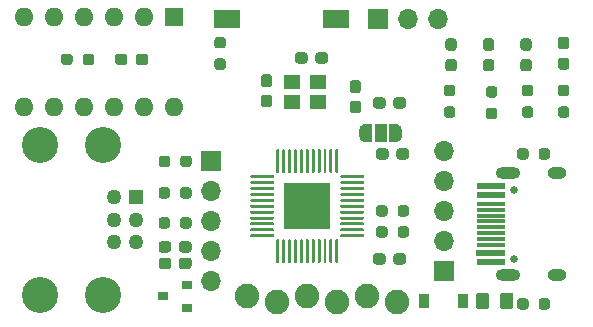
<source format=gts>
%TF.GenerationSoftware,KiCad,Pcbnew,(5.1.9)-1*%
%TF.CreationDate,2021-07-30T14:52:09-07:00*%
%TF.ProjectId,NullWiiConv2.2,4e756c6c-5769-4694-936f-6e76322e322e,rev?*%
%TF.SameCoordinates,Original*%
%TF.FileFunction,Soldermask,Top*%
%TF.FilePolarity,Negative*%
%FSLAX46Y46*%
G04 Gerber Fmt 4.6, Leading zero omitted, Abs format (unit mm)*
G04 Created by KiCad (PCBNEW (5.1.9)-1) date 2021-07-30 14:52:09*
%MOMM*%
%LPD*%
G01*
G04 APERTURE LIST*
%ADD10C,0.100000*%
%ADD11R,1.000000X1.500000*%
%ADD12R,4.000000X4.000000*%
%ADD13R,0.900000X1.200000*%
%ADD14O,1.600000X1.000000*%
%ADD15O,2.100000X1.000000*%
%ADD16C,0.650000*%
%ADD17R,2.450000X0.300000*%
%ADD18R,2.450000X0.600000*%
%ADD19C,3.048000*%
%ADD20C,1.270000*%
%ADD21R,1.270000X1.270000*%
%ADD22O,1.700000X1.700000*%
%ADD23R,1.700000X1.700000*%
%ADD24R,2.180000X1.600000*%
%ADD25R,1.400000X1.200000*%
%ADD26C,2.082800*%
%ADD27O,1.600000X1.600000*%
%ADD28R,1.600000X1.600000*%
%ADD29R,0.900000X0.800000*%
G04 APERTURE END LIST*
D10*
%TO.C,JP1*%
G36*
X102120000Y-81522000D02*
G01*
X101570000Y-81522000D01*
X101570000Y-81521398D01*
X101545466Y-81521398D01*
X101496635Y-81516588D01*
X101448510Y-81507016D01*
X101401555Y-81492772D01*
X101356222Y-81473995D01*
X101312949Y-81450864D01*
X101272150Y-81423604D01*
X101234221Y-81392476D01*
X101199524Y-81357779D01*
X101168396Y-81319850D01*
X101141136Y-81279051D01*
X101118005Y-81235778D01*
X101099228Y-81190445D01*
X101084984Y-81143490D01*
X101075412Y-81095365D01*
X101070602Y-81046534D01*
X101070602Y-81022000D01*
X101070000Y-81022000D01*
X101070000Y-80522000D01*
X101070602Y-80522000D01*
X101070602Y-80497466D01*
X101075412Y-80448635D01*
X101084984Y-80400510D01*
X101099228Y-80353555D01*
X101118005Y-80308222D01*
X101141136Y-80264949D01*
X101168396Y-80224150D01*
X101199524Y-80186221D01*
X101234221Y-80151524D01*
X101272150Y-80120396D01*
X101312949Y-80093136D01*
X101356222Y-80070005D01*
X101401555Y-80051228D01*
X101448510Y-80036984D01*
X101496635Y-80027412D01*
X101545466Y-80022602D01*
X101570000Y-80022602D01*
X101570000Y-80022000D01*
X102120000Y-80022000D01*
X102120000Y-81522000D01*
G37*
D11*
X102870000Y-80772000D03*
D10*
G36*
X104170000Y-80022602D02*
G01*
X104194534Y-80022602D01*
X104243365Y-80027412D01*
X104291490Y-80036984D01*
X104338445Y-80051228D01*
X104383778Y-80070005D01*
X104427051Y-80093136D01*
X104467850Y-80120396D01*
X104505779Y-80151524D01*
X104540476Y-80186221D01*
X104571604Y-80224150D01*
X104598864Y-80264949D01*
X104621995Y-80308222D01*
X104640772Y-80353555D01*
X104655016Y-80400510D01*
X104664588Y-80448635D01*
X104669398Y-80497466D01*
X104669398Y-80522000D01*
X104670000Y-80522000D01*
X104670000Y-81022000D01*
X104669398Y-81022000D01*
X104669398Y-81046534D01*
X104664588Y-81095365D01*
X104655016Y-81143490D01*
X104640772Y-81190445D01*
X104621995Y-81235778D01*
X104598864Y-81279051D01*
X104571604Y-81319850D01*
X104540476Y-81357779D01*
X104505779Y-81392476D01*
X104467850Y-81423604D01*
X104427051Y-81450864D01*
X104383778Y-81473995D01*
X104338445Y-81492772D01*
X104291490Y-81507016D01*
X104243365Y-81516588D01*
X104194534Y-81521398D01*
X104170000Y-81521398D01*
X104170000Y-81522000D01*
X103620000Y-81522000D01*
X103620000Y-80022000D01*
X104170000Y-80022000D01*
X104170000Y-80022602D01*
G37*
%TD*%
D12*
%TO.C,U2*%
X96662000Y-86980000D03*
G36*
G01*
X99287000Y-89852500D02*
X99287000Y-91727500D01*
G75*
G02*
X99224500Y-91790000I-62500J0D01*
G01*
X99099500Y-91790000D01*
G75*
G02*
X99037000Y-91727500I0J62500D01*
G01*
X99037000Y-89852500D01*
G75*
G02*
X99099500Y-89790000I62500J0D01*
G01*
X99224500Y-89790000D01*
G75*
G02*
X99287000Y-89852500I0J-62500D01*
G01*
G37*
G36*
G01*
X98787000Y-89852500D02*
X98787000Y-91727500D01*
G75*
G02*
X98724500Y-91790000I-62500J0D01*
G01*
X98599500Y-91790000D01*
G75*
G02*
X98537000Y-91727500I0J62500D01*
G01*
X98537000Y-89852500D01*
G75*
G02*
X98599500Y-89790000I62500J0D01*
G01*
X98724500Y-89790000D01*
G75*
G02*
X98787000Y-89852500I0J-62500D01*
G01*
G37*
G36*
G01*
X98287000Y-89852500D02*
X98287000Y-91727500D01*
G75*
G02*
X98224500Y-91790000I-62500J0D01*
G01*
X98099500Y-91790000D01*
G75*
G02*
X98037000Y-91727500I0J62500D01*
G01*
X98037000Y-89852500D01*
G75*
G02*
X98099500Y-89790000I62500J0D01*
G01*
X98224500Y-89790000D01*
G75*
G02*
X98287000Y-89852500I0J-62500D01*
G01*
G37*
G36*
G01*
X97787000Y-89852500D02*
X97787000Y-91727500D01*
G75*
G02*
X97724500Y-91790000I-62500J0D01*
G01*
X97599500Y-91790000D01*
G75*
G02*
X97537000Y-91727500I0J62500D01*
G01*
X97537000Y-89852500D01*
G75*
G02*
X97599500Y-89790000I62500J0D01*
G01*
X97724500Y-89790000D01*
G75*
G02*
X97787000Y-89852500I0J-62500D01*
G01*
G37*
G36*
G01*
X97287000Y-89852500D02*
X97287000Y-91727500D01*
G75*
G02*
X97224500Y-91790000I-62500J0D01*
G01*
X97099500Y-91790000D01*
G75*
G02*
X97037000Y-91727500I0J62500D01*
G01*
X97037000Y-89852500D01*
G75*
G02*
X97099500Y-89790000I62500J0D01*
G01*
X97224500Y-89790000D01*
G75*
G02*
X97287000Y-89852500I0J-62500D01*
G01*
G37*
G36*
G01*
X96787000Y-89852500D02*
X96787000Y-91727500D01*
G75*
G02*
X96724500Y-91790000I-62500J0D01*
G01*
X96599500Y-91790000D01*
G75*
G02*
X96537000Y-91727500I0J62500D01*
G01*
X96537000Y-89852500D01*
G75*
G02*
X96599500Y-89790000I62500J0D01*
G01*
X96724500Y-89790000D01*
G75*
G02*
X96787000Y-89852500I0J-62500D01*
G01*
G37*
G36*
G01*
X96287000Y-89852500D02*
X96287000Y-91727500D01*
G75*
G02*
X96224500Y-91790000I-62500J0D01*
G01*
X96099500Y-91790000D01*
G75*
G02*
X96037000Y-91727500I0J62500D01*
G01*
X96037000Y-89852500D01*
G75*
G02*
X96099500Y-89790000I62500J0D01*
G01*
X96224500Y-89790000D01*
G75*
G02*
X96287000Y-89852500I0J-62500D01*
G01*
G37*
G36*
G01*
X95787000Y-89852500D02*
X95787000Y-91727500D01*
G75*
G02*
X95724500Y-91790000I-62500J0D01*
G01*
X95599500Y-91790000D01*
G75*
G02*
X95537000Y-91727500I0J62500D01*
G01*
X95537000Y-89852500D01*
G75*
G02*
X95599500Y-89790000I62500J0D01*
G01*
X95724500Y-89790000D01*
G75*
G02*
X95787000Y-89852500I0J-62500D01*
G01*
G37*
G36*
G01*
X95287000Y-89852500D02*
X95287000Y-91727500D01*
G75*
G02*
X95224500Y-91790000I-62500J0D01*
G01*
X95099500Y-91790000D01*
G75*
G02*
X95037000Y-91727500I0J62500D01*
G01*
X95037000Y-89852500D01*
G75*
G02*
X95099500Y-89790000I62500J0D01*
G01*
X95224500Y-89790000D01*
G75*
G02*
X95287000Y-89852500I0J-62500D01*
G01*
G37*
G36*
G01*
X94787000Y-89852500D02*
X94787000Y-91727500D01*
G75*
G02*
X94724500Y-91790000I-62500J0D01*
G01*
X94599500Y-91790000D01*
G75*
G02*
X94537000Y-91727500I0J62500D01*
G01*
X94537000Y-89852500D01*
G75*
G02*
X94599500Y-89790000I62500J0D01*
G01*
X94724500Y-89790000D01*
G75*
G02*
X94787000Y-89852500I0J-62500D01*
G01*
G37*
G36*
G01*
X94287000Y-89852500D02*
X94287000Y-91727500D01*
G75*
G02*
X94224500Y-91790000I-62500J0D01*
G01*
X94099500Y-91790000D01*
G75*
G02*
X94037000Y-91727500I0J62500D01*
G01*
X94037000Y-89852500D01*
G75*
G02*
X94099500Y-89790000I62500J0D01*
G01*
X94224500Y-89790000D01*
G75*
G02*
X94287000Y-89852500I0J-62500D01*
G01*
G37*
G36*
G01*
X93852000Y-89417500D02*
X93852000Y-89542500D01*
G75*
G02*
X93789500Y-89605000I-62500J0D01*
G01*
X91914500Y-89605000D01*
G75*
G02*
X91852000Y-89542500I0J62500D01*
G01*
X91852000Y-89417500D01*
G75*
G02*
X91914500Y-89355000I62500J0D01*
G01*
X93789500Y-89355000D01*
G75*
G02*
X93852000Y-89417500I0J-62500D01*
G01*
G37*
G36*
G01*
X93852000Y-88917500D02*
X93852000Y-89042500D01*
G75*
G02*
X93789500Y-89105000I-62500J0D01*
G01*
X91914500Y-89105000D01*
G75*
G02*
X91852000Y-89042500I0J62500D01*
G01*
X91852000Y-88917500D01*
G75*
G02*
X91914500Y-88855000I62500J0D01*
G01*
X93789500Y-88855000D01*
G75*
G02*
X93852000Y-88917500I0J-62500D01*
G01*
G37*
G36*
G01*
X93852000Y-88417500D02*
X93852000Y-88542500D01*
G75*
G02*
X93789500Y-88605000I-62500J0D01*
G01*
X91914500Y-88605000D01*
G75*
G02*
X91852000Y-88542500I0J62500D01*
G01*
X91852000Y-88417500D01*
G75*
G02*
X91914500Y-88355000I62500J0D01*
G01*
X93789500Y-88355000D01*
G75*
G02*
X93852000Y-88417500I0J-62500D01*
G01*
G37*
G36*
G01*
X93852000Y-87917500D02*
X93852000Y-88042500D01*
G75*
G02*
X93789500Y-88105000I-62500J0D01*
G01*
X91914500Y-88105000D01*
G75*
G02*
X91852000Y-88042500I0J62500D01*
G01*
X91852000Y-87917500D01*
G75*
G02*
X91914500Y-87855000I62500J0D01*
G01*
X93789500Y-87855000D01*
G75*
G02*
X93852000Y-87917500I0J-62500D01*
G01*
G37*
G36*
G01*
X93852000Y-87417500D02*
X93852000Y-87542500D01*
G75*
G02*
X93789500Y-87605000I-62500J0D01*
G01*
X91914500Y-87605000D01*
G75*
G02*
X91852000Y-87542500I0J62500D01*
G01*
X91852000Y-87417500D01*
G75*
G02*
X91914500Y-87355000I62500J0D01*
G01*
X93789500Y-87355000D01*
G75*
G02*
X93852000Y-87417500I0J-62500D01*
G01*
G37*
G36*
G01*
X93852000Y-86917500D02*
X93852000Y-87042500D01*
G75*
G02*
X93789500Y-87105000I-62500J0D01*
G01*
X91914500Y-87105000D01*
G75*
G02*
X91852000Y-87042500I0J62500D01*
G01*
X91852000Y-86917500D01*
G75*
G02*
X91914500Y-86855000I62500J0D01*
G01*
X93789500Y-86855000D01*
G75*
G02*
X93852000Y-86917500I0J-62500D01*
G01*
G37*
G36*
G01*
X93852000Y-86417500D02*
X93852000Y-86542500D01*
G75*
G02*
X93789500Y-86605000I-62500J0D01*
G01*
X91914500Y-86605000D01*
G75*
G02*
X91852000Y-86542500I0J62500D01*
G01*
X91852000Y-86417500D01*
G75*
G02*
X91914500Y-86355000I62500J0D01*
G01*
X93789500Y-86355000D01*
G75*
G02*
X93852000Y-86417500I0J-62500D01*
G01*
G37*
G36*
G01*
X93852000Y-85917500D02*
X93852000Y-86042500D01*
G75*
G02*
X93789500Y-86105000I-62500J0D01*
G01*
X91914500Y-86105000D01*
G75*
G02*
X91852000Y-86042500I0J62500D01*
G01*
X91852000Y-85917500D01*
G75*
G02*
X91914500Y-85855000I62500J0D01*
G01*
X93789500Y-85855000D01*
G75*
G02*
X93852000Y-85917500I0J-62500D01*
G01*
G37*
G36*
G01*
X93852000Y-85417500D02*
X93852000Y-85542500D01*
G75*
G02*
X93789500Y-85605000I-62500J0D01*
G01*
X91914500Y-85605000D01*
G75*
G02*
X91852000Y-85542500I0J62500D01*
G01*
X91852000Y-85417500D01*
G75*
G02*
X91914500Y-85355000I62500J0D01*
G01*
X93789500Y-85355000D01*
G75*
G02*
X93852000Y-85417500I0J-62500D01*
G01*
G37*
G36*
G01*
X93852000Y-84917500D02*
X93852000Y-85042500D01*
G75*
G02*
X93789500Y-85105000I-62500J0D01*
G01*
X91914500Y-85105000D01*
G75*
G02*
X91852000Y-85042500I0J62500D01*
G01*
X91852000Y-84917500D01*
G75*
G02*
X91914500Y-84855000I62500J0D01*
G01*
X93789500Y-84855000D01*
G75*
G02*
X93852000Y-84917500I0J-62500D01*
G01*
G37*
G36*
G01*
X93852000Y-84417500D02*
X93852000Y-84542500D01*
G75*
G02*
X93789500Y-84605000I-62500J0D01*
G01*
X91914500Y-84605000D01*
G75*
G02*
X91852000Y-84542500I0J62500D01*
G01*
X91852000Y-84417500D01*
G75*
G02*
X91914500Y-84355000I62500J0D01*
G01*
X93789500Y-84355000D01*
G75*
G02*
X93852000Y-84417500I0J-62500D01*
G01*
G37*
G36*
G01*
X94287000Y-82232500D02*
X94287000Y-84107500D01*
G75*
G02*
X94224500Y-84170000I-62500J0D01*
G01*
X94099500Y-84170000D01*
G75*
G02*
X94037000Y-84107500I0J62500D01*
G01*
X94037000Y-82232500D01*
G75*
G02*
X94099500Y-82170000I62500J0D01*
G01*
X94224500Y-82170000D01*
G75*
G02*
X94287000Y-82232500I0J-62500D01*
G01*
G37*
G36*
G01*
X94787000Y-82232500D02*
X94787000Y-84107500D01*
G75*
G02*
X94724500Y-84170000I-62500J0D01*
G01*
X94599500Y-84170000D01*
G75*
G02*
X94537000Y-84107500I0J62500D01*
G01*
X94537000Y-82232500D01*
G75*
G02*
X94599500Y-82170000I62500J0D01*
G01*
X94724500Y-82170000D01*
G75*
G02*
X94787000Y-82232500I0J-62500D01*
G01*
G37*
G36*
G01*
X95287000Y-82232500D02*
X95287000Y-84107500D01*
G75*
G02*
X95224500Y-84170000I-62500J0D01*
G01*
X95099500Y-84170000D01*
G75*
G02*
X95037000Y-84107500I0J62500D01*
G01*
X95037000Y-82232500D01*
G75*
G02*
X95099500Y-82170000I62500J0D01*
G01*
X95224500Y-82170000D01*
G75*
G02*
X95287000Y-82232500I0J-62500D01*
G01*
G37*
G36*
G01*
X95787000Y-82232500D02*
X95787000Y-84107500D01*
G75*
G02*
X95724500Y-84170000I-62500J0D01*
G01*
X95599500Y-84170000D01*
G75*
G02*
X95537000Y-84107500I0J62500D01*
G01*
X95537000Y-82232500D01*
G75*
G02*
X95599500Y-82170000I62500J0D01*
G01*
X95724500Y-82170000D01*
G75*
G02*
X95787000Y-82232500I0J-62500D01*
G01*
G37*
G36*
G01*
X96287000Y-82232500D02*
X96287000Y-84107500D01*
G75*
G02*
X96224500Y-84170000I-62500J0D01*
G01*
X96099500Y-84170000D01*
G75*
G02*
X96037000Y-84107500I0J62500D01*
G01*
X96037000Y-82232500D01*
G75*
G02*
X96099500Y-82170000I62500J0D01*
G01*
X96224500Y-82170000D01*
G75*
G02*
X96287000Y-82232500I0J-62500D01*
G01*
G37*
G36*
G01*
X96787000Y-82232500D02*
X96787000Y-84107500D01*
G75*
G02*
X96724500Y-84170000I-62500J0D01*
G01*
X96599500Y-84170000D01*
G75*
G02*
X96537000Y-84107500I0J62500D01*
G01*
X96537000Y-82232500D01*
G75*
G02*
X96599500Y-82170000I62500J0D01*
G01*
X96724500Y-82170000D01*
G75*
G02*
X96787000Y-82232500I0J-62500D01*
G01*
G37*
G36*
G01*
X97287000Y-82232500D02*
X97287000Y-84107500D01*
G75*
G02*
X97224500Y-84170000I-62500J0D01*
G01*
X97099500Y-84170000D01*
G75*
G02*
X97037000Y-84107500I0J62500D01*
G01*
X97037000Y-82232500D01*
G75*
G02*
X97099500Y-82170000I62500J0D01*
G01*
X97224500Y-82170000D01*
G75*
G02*
X97287000Y-82232500I0J-62500D01*
G01*
G37*
G36*
G01*
X97787000Y-82232500D02*
X97787000Y-84107500D01*
G75*
G02*
X97724500Y-84170000I-62500J0D01*
G01*
X97599500Y-84170000D01*
G75*
G02*
X97537000Y-84107500I0J62500D01*
G01*
X97537000Y-82232500D01*
G75*
G02*
X97599500Y-82170000I62500J0D01*
G01*
X97724500Y-82170000D01*
G75*
G02*
X97787000Y-82232500I0J-62500D01*
G01*
G37*
G36*
G01*
X98287000Y-82232500D02*
X98287000Y-84107500D01*
G75*
G02*
X98224500Y-84170000I-62500J0D01*
G01*
X98099500Y-84170000D01*
G75*
G02*
X98037000Y-84107500I0J62500D01*
G01*
X98037000Y-82232500D01*
G75*
G02*
X98099500Y-82170000I62500J0D01*
G01*
X98224500Y-82170000D01*
G75*
G02*
X98287000Y-82232500I0J-62500D01*
G01*
G37*
G36*
G01*
X98787000Y-82232500D02*
X98787000Y-84107500D01*
G75*
G02*
X98724500Y-84170000I-62500J0D01*
G01*
X98599500Y-84170000D01*
G75*
G02*
X98537000Y-84107500I0J62500D01*
G01*
X98537000Y-82232500D01*
G75*
G02*
X98599500Y-82170000I62500J0D01*
G01*
X98724500Y-82170000D01*
G75*
G02*
X98787000Y-82232500I0J-62500D01*
G01*
G37*
G36*
G01*
X99287000Y-82232500D02*
X99287000Y-84107500D01*
G75*
G02*
X99224500Y-84170000I-62500J0D01*
G01*
X99099500Y-84170000D01*
G75*
G02*
X99037000Y-84107500I0J62500D01*
G01*
X99037000Y-82232500D01*
G75*
G02*
X99099500Y-82170000I62500J0D01*
G01*
X99224500Y-82170000D01*
G75*
G02*
X99287000Y-82232500I0J-62500D01*
G01*
G37*
G36*
G01*
X101472000Y-84417500D02*
X101472000Y-84542500D01*
G75*
G02*
X101409500Y-84605000I-62500J0D01*
G01*
X99534500Y-84605000D01*
G75*
G02*
X99472000Y-84542500I0J62500D01*
G01*
X99472000Y-84417500D01*
G75*
G02*
X99534500Y-84355000I62500J0D01*
G01*
X101409500Y-84355000D01*
G75*
G02*
X101472000Y-84417500I0J-62500D01*
G01*
G37*
G36*
G01*
X101472000Y-84917500D02*
X101472000Y-85042500D01*
G75*
G02*
X101409500Y-85105000I-62500J0D01*
G01*
X99534500Y-85105000D01*
G75*
G02*
X99472000Y-85042500I0J62500D01*
G01*
X99472000Y-84917500D01*
G75*
G02*
X99534500Y-84855000I62500J0D01*
G01*
X101409500Y-84855000D01*
G75*
G02*
X101472000Y-84917500I0J-62500D01*
G01*
G37*
G36*
G01*
X101472000Y-85417500D02*
X101472000Y-85542500D01*
G75*
G02*
X101409500Y-85605000I-62500J0D01*
G01*
X99534500Y-85605000D01*
G75*
G02*
X99472000Y-85542500I0J62500D01*
G01*
X99472000Y-85417500D01*
G75*
G02*
X99534500Y-85355000I62500J0D01*
G01*
X101409500Y-85355000D01*
G75*
G02*
X101472000Y-85417500I0J-62500D01*
G01*
G37*
G36*
G01*
X101472000Y-85917500D02*
X101472000Y-86042500D01*
G75*
G02*
X101409500Y-86105000I-62500J0D01*
G01*
X99534500Y-86105000D01*
G75*
G02*
X99472000Y-86042500I0J62500D01*
G01*
X99472000Y-85917500D01*
G75*
G02*
X99534500Y-85855000I62500J0D01*
G01*
X101409500Y-85855000D01*
G75*
G02*
X101472000Y-85917500I0J-62500D01*
G01*
G37*
G36*
G01*
X101472000Y-86417500D02*
X101472000Y-86542500D01*
G75*
G02*
X101409500Y-86605000I-62500J0D01*
G01*
X99534500Y-86605000D01*
G75*
G02*
X99472000Y-86542500I0J62500D01*
G01*
X99472000Y-86417500D01*
G75*
G02*
X99534500Y-86355000I62500J0D01*
G01*
X101409500Y-86355000D01*
G75*
G02*
X101472000Y-86417500I0J-62500D01*
G01*
G37*
G36*
G01*
X101472000Y-86917500D02*
X101472000Y-87042500D01*
G75*
G02*
X101409500Y-87105000I-62500J0D01*
G01*
X99534500Y-87105000D01*
G75*
G02*
X99472000Y-87042500I0J62500D01*
G01*
X99472000Y-86917500D01*
G75*
G02*
X99534500Y-86855000I62500J0D01*
G01*
X101409500Y-86855000D01*
G75*
G02*
X101472000Y-86917500I0J-62500D01*
G01*
G37*
G36*
G01*
X101472000Y-87417500D02*
X101472000Y-87542500D01*
G75*
G02*
X101409500Y-87605000I-62500J0D01*
G01*
X99534500Y-87605000D01*
G75*
G02*
X99472000Y-87542500I0J62500D01*
G01*
X99472000Y-87417500D01*
G75*
G02*
X99534500Y-87355000I62500J0D01*
G01*
X101409500Y-87355000D01*
G75*
G02*
X101472000Y-87417500I0J-62500D01*
G01*
G37*
G36*
G01*
X101472000Y-87917500D02*
X101472000Y-88042500D01*
G75*
G02*
X101409500Y-88105000I-62500J0D01*
G01*
X99534500Y-88105000D01*
G75*
G02*
X99472000Y-88042500I0J62500D01*
G01*
X99472000Y-87917500D01*
G75*
G02*
X99534500Y-87855000I62500J0D01*
G01*
X101409500Y-87855000D01*
G75*
G02*
X101472000Y-87917500I0J-62500D01*
G01*
G37*
G36*
G01*
X101472000Y-88417500D02*
X101472000Y-88542500D01*
G75*
G02*
X101409500Y-88605000I-62500J0D01*
G01*
X99534500Y-88605000D01*
G75*
G02*
X99472000Y-88542500I0J62500D01*
G01*
X99472000Y-88417500D01*
G75*
G02*
X99534500Y-88355000I62500J0D01*
G01*
X101409500Y-88355000D01*
G75*
G02*
X101472000Y-88417500I0J-62500D01*
G01*
G37*
G36*
G01*
X101472000Y-88917500D02*
X101472000Y-89042500D01*
G75*
G02*
X101409500Y-89105000I-62500J0D01*
G01*
X99534500Y-89105000D01*
G75*
G02*
X99472000Y-89042500I0J62500D01*
G01*
X99472000Y-88917500D01*
G75*
G02*
X99534500Y-88855000I62500J0D01*
G01*
X101409500Y-88855000D01*
G75*
G02*
X101472000Y-88917500I0J-62500D01*
G01*
G37*
G36*
G01*
X101472000Y-89417500D02*
X101472000Y-89542500D01*
G75*
G02*
X101409500Y-89605000I-62500J0D01*
G01*
X99534500Y-89605000D01*
G75*
G02*
X99472000Y-89542500I0J62500D01*
G01*
X99472000Y-89417500D01*
G75*
G02*
X99534500Y-89355000I62500J0D01*
G01*
X101409500Y-89355000D01*
G75*
G02*
X101472000Y-89417500I0J-62500D01*
G01*
G37*
%TD*%
D13*
%TO.C,D1*%
X109854000Y-94996000D03*
X106554000Y-94996000D03*
%TD*%
D14*
%TO.C,J1*%
X117796000Y-84199000D03*
X117796000Y-92839000D03*
D15*
X113616000Y-84199000D03*
X113616000Y-92839000D03*
D16*
X114146000Y-91409000D03*
X114146000Y-85629000D03*
D17*
X112201000Y-88769000D03*
X112201000Y-88269000D03*
X112201000Y-87769000D03*
X112201000Y-89269000D03*
X112201000Y-87269000D03*
X112201000Y-89769000D03*
X112201000Y-86769000D03*
X112201000Y-90269000D03*
D18*
X112201000Y-90969000D03*
X112201000Y-86069000D03*
X112201000Y-91744000D03*
X112201000Y-85294000D03*
X112196000Y-91744000D03*
X112171000Y-90969000D03*
X112196000Y-86069000D03*
X112196000Y-85294000D03*
%TD*%
D19*
%TO.C,P1*%
X79375000Y-94488000D03*
X74041000Y-81788000D03*
X74041000Y-94488000D03*
X79375000Y-81788000D03*
D20*
X80264000Y-90043000D03*
X82169000Y-90043000D03*
X80264000Y-88138000D03*
X82169000Y-88138000D03*
X80264000Y-86233000D03*
D21*
X82169000Y-86233000D03*
%TD*%
D22*
%TO.C,J4*%
X108204000Y-82296000D03*
X108204000Y-84836000D03*
X108204000Y-87376000D03*
X108204000Y-89916000D03*
D23*
X108204000Y-92456000D03*
%TD*%
D24*
%TO.C,SW2*%
X89898000Y-71120000D03*
X99078000Y-71120000D03*
%TD*%
%TO.C,C6*%
G36*
G01*
X97353000Y-74659500D02*
X97353000Y-74184500D01*
G75*
G02*
X97590500Y-73947000I237500J0D01*
G01*
X98190500Y-73947000D01*
G75*
G02*
X98428000Y-74184500I0J-237500D01*
G01*
X98428000Y-74659500D01*
G75*
G02*
X98190500Y-74897000I-237500J0D01*
G01*
X97590500Y-74897000D01*
G75*
G02*
X97353000Y-74659500I0J237500D01*
G01*
G37*
G36*
G01*
X95628000Y-74659500D02*
X95628000Y-74184500D01*
G75*
G02*
X95865500Y-73947000I237500J0D01*
G01*
X96465500Y-73947000D01*
G75*
G02*
X96703000Y-74184500I0J-237500D01*
G01*
X96703000Y-74659500D01*
G75*
G02*
X96465500Y-74897000I-237500J0D01*
G01*
X95865500Y-74897000D01*
G75*
G02*
X95628000Y-74659500I0J237500D01*
G01*
G37*
%TD*%
%TO.C,C5*%
G36*
G01*
X93455500Y-76891000D02*
X92980500Y-76891000D01*
G75*
G02*
X92743000Y-76653500I0J237500D01*
G01*
X92743000Y-76053500D01*
G75*
G02*
X92980500Y-75816000I237500J0D01*
G01*
X93455500Y-75816000D01*
G75*
G02*
X93693000Y-76053500I0J-237500D01*
G01*
X93693000Y-76653500D01*
G75*
G02*
X93455500Y-76891000I-237500J0D01*
G01*
G37*
G36*
G01*
X93455500Y-78616000D02*
X92980500Y-78616000D01*
G75*
G02*
X92743000Y-78378500I0J237500D01*
G01*
X92743000Y-77778500D01*
G75*
G02*
X92980500Y-77541000I237500J0D01*
G01*
X93455500Y-77541000D01*
G75*
G02*
X93693000Y-77778500I0J-237500D01*
G01*
X93693000Y-78378500D01*
G75*
G02*
X93455500Y-78616000I-237500J0D01*
G01*
G37*
%TD*%
D25*
%TO.C,Y1*%
X95336000Y-76454000D03*
X97536000Y-76454000D03*
X97536000Y-78154000D03*
X95336000Y-78154000D03*
%TD*%
D26*
%TO.C,J5*%
X104267000Y-95123000D03*
X101727000Y-94615000D03*
X99187000Y-95123000D03*
X96647000Y-94615000D03*
X94107000Y-95123000D03*
X91567000Y-94615000D03*
%TD*%
D27*
%TO.C,SW1*%
X85344000Y-78613000D03*
X72644000Y-70993000D03*
X82804000Y-78613000D03*
X75184000Y-70993000D03*
X80264000Y-78613000D03*
X77724000Y-70993000D03*
X77724000Y-78613000D03*
X80264000Y-70993000D03*
X75184000Y-78613000D03*
X82804000Y-70993000D03*
X72644000Y-78613000D03*
D28*
X85344000Y-70993000D03*
%TD*%
D22*
%TO.C,SW3*%
X107696000Y-71120000D03*
X105156000Y-71120000D03*
D23*
X102616000Y-71120000D03*
%TD*%
%TO.C,R15*%
G36*
G01*
X77641000Y-74786500D02*
X77641000Y-74311500D01*
G75*
G02*
X77878500Y-74074000I237500J0D01*
G01*
X78378500Y-74074000D01*
G75*
G02*
X78616000Y-74311500I0J-237500D01*
G01*
X78616000Y-74786500D01*
G75*
G02*
X78378500Y-75024000I-237500J0D01*
G01*
X77878500Y-75024000D01*
G75*
G02*
X77641000Y-74786500I0J237500D01*
G01*
G37*
G36*
G01*
X75816000Y-74786500D02*
X75816000Y-74311500D01*
G75*
G02*
X76053500Y-74074000I237500J0D01*
G01*
X76553500Y-74074000D01*
G75*
G02*
X76791000Y-74311500I0J-237500D01*
G01*
X76791000Y-74786500D01*
G75*
G02*
X76553500Y-75024000I-237500J0D01*
G01*
X76053500Y-75024000D01*
G75*
G02*
X75816000Y-74786500I0J237500D01*
G01*
G37*
%TD*%
%TO.C,D6*%
G36*
G01*
X82138000Y-74786500D02*
X82138000Y-74311500D01*
G75*
G02*
X82375500Y-74074000I237500J0D01*
G01*
X82950500Y-74074000D01*
G75*
G02*
X83188000Y-74311500I0J-237500D01*
G01*
X83188000Y-74786500D01*
G75*
G02*
X82950500Y-75024000I-237500J0D01*
G01*
X82375500Y-75024000D01*
G75*
G02*
X82138000Y-74786500I0J237500D01*
G01*
G37*
G36*
G01*
X80388000Y-74786500D02*
X80388000Y-74311500D01*
G75*
G02*
X80625500Y-74074000I237500J0D01*
G01*
X81200500Y-74074000D01*
G75*
G02*
X81438000Y-74311500I0J-237500D01*
G01*
X81438000Y-74786500D01*
G75*
G02*
X81200500Y-75024000I-237500J0D01*
G01*
X80625500Y-75024000D01*
G75*
G02*
X80388000Y-74786500I0J237500D01*
G01*
G37*
%TD*%
D29*
%TO.C,U1*%
X84471000Y-94615000D03*
X86471000Y-93665000D03*
X86471000Y-95565000D03*
%TD*%
%TO.C,R14*%
G36*
G01*
X89043500Y-74466000D02*
X89518500Y-74466000D01*
G75*
G02*
X89756000Y-74703500I0J-237500D01*
G01*
X89756000Y-75203500D01*
G75*
G02*
X89518500Y-75441000I-237500J0D01*
G01*
X89043500Y-75441000D01*
G75*
G02*
X88806000Y-75203500I0J237500D01*
G01*
X88806000Y-74703500D01*
G75*
G02*
X89043500Y-74466000I237500J0D01*
G01*
G37*
G36*
G01*
X89043500Y-72641000D02*
X89518500Y-72641000D01*
G75*
G02*
X89756000Y-72878500I0J-237500D01*
G01*
X89756000Y-73378500D01*
G75*
G02*
X89518500Y-73616000I-237500J0D01*
G01*
X89043500Y-73616000D01*
G75*
G02*
X88806000Y-73378500I0J237500D01*
G01*
X88806000Y-72878500D01*
G75*
G02*
X89043500Y-72641000I237500J0D01*
G01*
G37*
%TD*%
%TO.C,R13*%
G36*
G01*
X102486000Y-87613500D02*
X102486000Y-87138500D01*
G75*
G02*
X102723500Y-86901000I237500J0D01*
G01*
X103223500Y-86901000D01*
G75*
G02*
X103461000Y-87138500I0J-237500D01*
G01*
X103461000Y-87613500D01*
G75*
G02*
X103223500Y-87851000I-237500J0D01*
G01*
X102723500Y-87851000D01*
G75*
G02*
X102486000Y-87613500I0J237500D01*
G01*
G37*
G36*
G01*
X104311000Y-87613500D02*
X104311000Y-87138500D01*
G75*
G02*
X104548500Y-86901000I237500J0D01*
G01*
X105048500Y-86901000D01*
G75*
G02*
X105286000Y-87138500I0J-237500D01*
G01*
X105286000Y-87613500D01*
G75*
G02*
X105048500Y-87851000I-237500J0D01*
G01*
X104548500Y-87851000D01*
G75*
G02*
X104311000Y-87613500I0J237500D01*
G01*
G37*
%TD*%
%TO.C,R12*%
G36*
G01*
X105286000Y-88916500D02*
X105286000Y-89391500D01*
G75*
G02*
X105048500Y-89629000I-237500J0D01*
G01*
X104548500Y-89629000D01*
G75*
G02*
X104311000Y-89391500I0J237500D01*
G01*
X104311000Y-88916500D01*
G75*
G02*
X104548500Y-88679000I237500J0D01*
G01*
X105048500Y-88679000D01*
G75*
G02*
X105286000Y-88916500I0J-237500D01*
G01*
G37*
G36*
G01*
X103461000Y-88916500D02*
X103461000Y-89391500D01*
G75*
G02*
X103223500Y-89629000I-237500J0D01*
G01*
X102723500Y-89629000D01*
G75*
G02*
X102486000Y-89391500I0J237500D01*
G01*
X102486000Y-88916500D01*
G75*
G02*
X102723500Y-88679000I237500J0D01*
G01*
X103223500Y-88679000D01*
G75*
G02*
X103461000Y-88916500I0J-237500D01*
G01*
G37*
%TD*%
%TO.C,R9*%
G36*
G01*
X85896000Y-86089500D02*
X85896000Y-85614500D01*
G75*
G02*
X86133500Y-85377000I237500J0D01*
G01*
X86633500Y-85377000D01*
G75*
G02*
X86871000Y-85614500I0J-237500D01*
G01*
X86871000Y-86089500D01*
G75*
G02*
X86633500Y-86327000I-237500J0D01*
G01*
X86133500Y-86327000D01*
G75*
G02*
X85896000Y-86089500I0J237500D01*
G01*
G37*
G36*
G01*
X84071000Y-86089500D02*
X84071000Y-85614500D01*
G75*
G02*
X84308500Y-85377000I237500J0D01*
G01*
X84808500Y-85377000D01*
G75*
G02*
X85046000Y-85614500I0J-237500D01*
G01*
X85046000Y-86089500D01*
G75*
G02*
X84808500Y-86327000I-237500J0D01*
G01*
X84308500Y-86327000D01*
G75*
G02*
X84071000Y-86089500I0J237500D01*
G01*
G37*
%TD*%
%TO.C,R8*%
G36*
G01*
X85896000Y-88629500D02*
X85896000Y-88154500D01*
G75*
G02*
X86133500Y-87917000I237500J0D01*
G01*
X86633500Y-87917000D01*
G75*
G02*
X86871000Y-88154500I0J-237500D01*
G01*
X86871000Y-88629500D01*
G75*
G02*
X86633500Y-88867000I-237500J0D01*
G01*
X86133500Y-88867000D01*
G75*
G02*
X85896000Y-88629500I0J237500D01*
G01*
G37*
G36*
G01*
X84071000Y-88629500D02*
X84071000Y-88154500D01*
G75*
G02*
X84308500Y-87917000I237500J0D01*
G01*
X84808500Y-87917000D01*
G75*
G02*
X85046000Y-88154500I0J-237500D01*
G01*
X85046000Y-88629500D01*
G75*
G02*
X84808500Y-88867000I-237500J0D01*
G01*
X84308500Y-88867000D01*
G75*
G02*
X84071000Y-88629500I0J237500D01*
G01*
G37*
%TD*%
%TO.C,R7*%
G36*
G01*
X112030500Y-78633500D02*
X112505500Y-78633500D01*
G75*
G02*
X112743000Y-78871000I0J-237500D01*
G01*
X112743000Y-79371000D01*
G75*
G02*
X112505500Y-79608500I-237500J0D01*
G01*
X112030500Y-79608500D01*
G75*
G02*
X111793000Y-79371000I0J237500D01*
G01*
X111793000Y-78871000D01*
G75*
G02*
X112030500Y-78633500I237500J0D01*
G01*
G37*
G36*
G01*
X112030500Y-76808500D02*
X112505500Y-76808500D01*
G75*
G02*
X112743000Y-77046000I0J-237500D01*
G01*
X112743000Y-77546000D01*
G75*
G02*
X112505500Y-77783500I-237500J0D01*
G01*
X112030500Y-77783500D01*
G75*
G02*
X111793000Y-77546000I0J237500D01*
G01*
X111793000Y-77046000D01*
G75*
G02*
X112030500Y-76808500I237500J0D01*
G01*
G37*
%TD*%
%TO.C,R6*%
G36*
G01*
X115553500Y-77680000D02*
X115078500Y-77680000D01*
G75*
G02*
X114841000Y-77442500I0J237500D01*
G01*
X114841000Y-76942500D01*
G75*
G02*
X115078500Y-76705000I237500J0D01*
G01*
X115553500Y-76705000D01*
G75*
G02*
X115791000Y-76942500I0J-237500D01*
G01*
X115791000Y-77442500D01*
G75*
G02*
X115553500Y-77680000I-237500J0D01*
G01*
G37*
G36*
G01*
X115553500Y-79505000D02*
X115078500Y-79505000D01*
G75*
G02*
X114841000Y-79267500I0J237500D01*
G01*
X114841000Y-78767500D01*
G75*
G02*
X115078500Y-78530000I237500J0D01*
G01*
X115553500Y-78530000D01*
G75*
G02*
X115791000Y-78767500I0J-237500D01*
G01*
X115791000Y-79267500D01*
G75*
G02*
X115553500Y-79505000I-237500J0D01*
G01*
G37*
%TD*%
%TO.C,R5*%
G36*
G01*
X108949500Y-77680000D02*
X108474500Y-77680000D01*
G75*
G02*
X108237000Y-77442500I0J237500D01*
G01*
X108237000Y-76942500D01*
G75*
G02*
X108474500Y-76705000I237500J0D01*
G01*
X108949500Y-76705000D01*
G75*
G02*
X109187000Y-76942500I0J-237500D01*
G01*
X109187000Y-77442500D01*
G75*
G02*
X108949500Y-77680000I-237500J0D01*
G01*
G37*
G36*
G01*
X108949500Y-79505000D02*
X108474500Y-79505000D01*
G75*
G02*
X108237000Y-79267500I0J237500D01*
G01*
X108237000Y-78767500D01*
G75*
G02*
X108474500Y-78530000I237500J0D01*
G01*
X108949500Y-78530000D01*
G75*
G02*
X109187000Y-78767500I0J-237500D01*
G01*
X109187000Y-79267500D01*
G75*
G02*
X108949500Y-79505000I-237500J0D01*
G01*
G37*
%TD*%
%TO.C,R4*%
G36*
G01*
X118601500Y-77680000D02*
X118126500Y-77680000D01*
G75*
G02*
X117889000Y-77442500I0J237500D01*
G01*
X117889000Y-76942500D01*
G75*
G02*
X118126500Y-76705000I237500J0D01*
G01*
X118601500Y-76705000D01*
G75*
G02*
X118839000Y-76942500I0J-237500D01*
G01*
X118839000Y-77442500D01*
G75*
G02*
X118601500Y-77680000I-237500J0D01*
G01*
G37*
G36*
G01*
X118601500Y-79505000D02*
X118126500Y-79505000D01*
G75*
G02*
X117889000Y-79267500I0J237500D01*
G01*
X117889000Y-78767500D01*
G75*
G02*
X118126500Y-78530000I237500J0D01*
G01*
X118601500Y-78530000D01*
G75*
G02*
X118839000Y-78767500I0J-237500D01*
G01*
X118839000Y-79267500D01*
G75*
G02*
X118601500Y-79505000I-237500J0D01*
G01*
G37*
%TD*%
%TO.C,R3*%
G36*
G01*
X116249000Y-82787500D02*
X116249000Y-82312500D01*
G75*
G02*
X116486500Y-82075000I237500J0D01*
G01*
X116986500Y-82075000D01*
G75*
G02*
X117224000Y-82312500I0J-237500D01*
G01*
X117224000Y-82787500D01*
G75*
G02*
X116986500Y-83025000I-237500J0D01*
G01*
X116486500Y-83025000D01*
G75*
G02*
X116249000Y-82787500I0J237500D01*
G01*
G37*
G36*
G01*
X114424000Y-82787500D02*
X114424000Y-82312500D01*
G75*
G02*
X114661500Y-82075000I237500J0D01*
G01*
X115161500Y-82075000D01*
G75*
G02*
X115399000Y-82312500I0J-237500D01*
G01*
X115399000Y-82787500D01*
G75*
G02*
X115161500Y-83025000I-237500J0D01*
G01*
X114661500Y-83025000D01*
G75*
G02*
X114424000Y-82787500I0J237500D01*
G01*
G37*
%TD*%
%TO.C,R2*%
G36*
G01*
X115399000Y-95012500D02*
X115399000Y-95487500D01*
G75*
G02*
X115161500Y-95725000I-237500J0D01*
G01*
X114661500Y-95725000D01*
G75*
G02*
X114424000Y-95487500I0J237500D01*
G01*
X114424000Y-95012500D01*
G75*
G02*
X114661500Y-94775000I237500J0D01*
G01*
X115161500Y-94775000D01*
G75*
G02*
X115399000Y-95012500I0J-237500D01*
G01*
G37*
G36*
G01*
X117224000Y-95012500D02*
X117224000Y-95487500D01*
G75*
G02*
X116986500Y-95725000I-237500J0D01*
G01*
X116486500Y-95725000D01*
G75*
G02*
X116249000Y-95487500I0J237500D01*
G01*
X116249000Y-95012500D01*
G75*
G02*
X116486500Y-94775000I237500J0D01*
G01*
X116986500Y-94775000D01*
G75*
G02*
X117224000Y-95012500I0J-237500D01*
G01*
G37*
%TD*%
%TO.C,R1*%
G36*
G01*
X85046000Y-82947500D02*
X85046000Y-83422500D01*
G75*
G02*
X84808500Y-83660000I-237500J0D01*
G01*
X84308500Y-83660000D01*
G75*
G02*
X84071000Y-83422500I0J237500D01*
G01*
X84071000Y-82947500D01*
G75*
G02*
X84308500Y-82710000I237500J0D01*
G01*
X84808500Y-82710000D01*
G75*
G02*
X85046000Y-82947500I0J-237500D01*
G01*
G37*
G36*
G01*
X86871000Y-82947500D02*
X86871000Y-83422500D01*
G75*
G02*
X86633500Y-83660000I-237500J0D01*
G01*
X86133500Y-83660000D01*
G75*
G02*
X85896000Y-83422500I0J237500D01*
G01*
X85896000Y-82947500D01*
G75*
G02*
X86133500Y-82710000I237500J0D01*
G01*
X86633500Y-82710000D01*
G75*
G02*
X86871000Y-82947500I0J-237500D01*
G01*
G37*
%TD*%
D22*
%TO.C,J2*%
X88519000Y-93345000D03*
X88519000Y-90805000D03*
X88519000Y-88265000D03*
X88519000Y-85725000D03*
D23*
X88519000Y-83185000D03*
%TD*%
%TO.C,F1*%
G36*
G01*
X112972000Y-95446001D02*
X112972000Y-94545999D01*
G75*
G02*
X113221999Y-94296000I249999J0D01*
G01*
X113872001Y-94296000D01*
G75*
G02*
X114122000Y-94545999I0J-249999D01*
G01*
X114122000Y-95446001D01*
G75*
G02*
X113872001Y-95696000I-249999J0D01*
G01*
X113221999Y-95696000D01*
G75*
G02*
X112972000Y-95446001I0J249999D01*
G01*
G37*
G36*
G01*
X110922000Y-95446001D02*
X110922000Y-94545999D01*
G75*
G02*
X111171999Y-94296000I249999J0D01*
G01*
X111822001Y-94296000D01*
G75*
G02*
X112072000Y-94545999I0J-249999D01*
G01*
X112072000Y-95446001D01*
G75*
G02*
X111822001Y-95696000I-249999J0D01*
G01*
X111171999Y-95696000D01*
G75*
G02*
X110922000Y-95446001I0J249999D01*
G01*
G37*
%TD*%
%TO.C,D5*%
G36*
G01*
X112251500Y-73818000D02*
X111776500Y-73818000D01*
G75*
G02*
X111539000Y-73580500I0J237500D01*
G01*
X111539000Y-73005500D01*
G75*
G02*
X111776500Y-72768000I237500J0D01*
G01*
X112251500Y-72768000D01*
G75*
G02*
X112489000Y-73005500I0J-237500D01*
G01*
X112489000Y-73580500D01*
G75*
G02*
X112251500Y-73818000I-237500J0D01*
G01*
G37*
G36*
G01*
X112251500Y-75568000D02*
X111776500Y-75568000D01*
G75*
G02*
X111539000Y-75330500I0J237500D01*
G01*
X111539000Y-74755500D01*
G75*
G02*
X111776500Y-74518000I237500J0D01*
G01*
X112251500Y-74518000D01*
G75*
G02*
X112489000Y-74755500I0J-237500D01*
G01*
X112489000Y-75330500D01*
G75*
G02*
X112251500Y-75568000I-237500J0D01*
G01*
G37*
%TD*%
%TO.C,D4*%
G36*
G01*
X115426500Y-73818000D02*
X114951500Y-73818000D01*
G75*
G02*
X114714000Y-73580500I0J237500D01*
G01*
X114714000Y-73005500D01*
G75*
G02*
X114951500Y-72768000I237500J0D01*
G01*
X115426500Y-72768000D01*
G75*
G02*
X115664000Y-73005500I0J-237500D01*
G01*
X115664000Y-73580500D01*
G75*
G02*
X115426500Y-73818000I-237500J0D01*
G01*
G37*
G36*
G01*
X115426500Y-75568000D02*
X114951500Y-75568000D01*
G75*
G02*
X114714000Y-75330500I0J237500D01*
G01*
X114714000Y-74755500D01*
G75*
G02*
X114951500Y-74518000I237500J0D01*
G01*
X115426500Y-74518000D01*
G75*
G02*
X115664000Y-74755500I0J-237500D01*
G01*
X115664000Y-75330500D01*
G75*
G02*
X115426500Y-75568000I-237500J0D01*
G01*
G37*
%TD*%
%TO.C,D3*%
G36*
G01*
X109076500Y-73818000D02*
X108601500Y-73818000D01*
G75*
G02*
X108364000Y-73580500I0J237500D01*
G01*
X108364000Y-73005500D01*
G75*
G02*
X108601500Y-72768000I237500J0D01*
G01*
X109076500Y-72768000D01*
G75*
G02*
X109314000Y-73005500I0J-237500D01*
G01*
X109314000Y-73580500D01*
G75*
G02*
X109076500Y-73818000I-237500J0D01*
G01*
G37*
G36*
G01*
X109076500Y-75568000D02*
X108601500Y-75568000D01*
G75*
G02*
X108364000Y-75330500I0J237500D01*
G01*
X108364000Y-74755500D01*
G75*
G02*
X108601500Y-74518000I237500J0D01*
G01*
X109076500Y-74518000D01*
G75*
G02*
X109314000Y-74755500I0J-237500D01*
G01*
X109314000Y-75330500D01*
G75*
G02*
X109076500Y-75568000I-237500J0D01*
G01*
G37*
%TD*%
%TO.C,D2*%
G36*
G01*
X118601500Y-73691000D02*
X118126500Y-73691000D01*
G75*
G02*
X117889000Y-73453500I0J237500D01*
G01*
X117889000Y-72878500D01*
G75*
G02*
X118126500Y-72641000I237500J0D01*
G01*
X118601500Y-72641000D01*
G75*
G02*
X118839000Y-72878500I0J-237500D01*
G01*
X118839000Y-73453500D01*
G75*
G02*
X118601500Y-73691000I-237500J0D01*
G01*
G37*
G36*
G01*
X118601500Y-75441000D02*
X118126500Y-75441000D01*
G75*
G02*
X117889000Y-75203500I0J237500D01*
G01*
X117889000Y-74628500D01*
G75*
G02*
X118126500Y-74391000I237500J0D01*
G01*
X118601500Y-74391000D01*
G75*
G02*
X118839000Y-74628500I0J-237500D01*
G01*
X118839000Y-75203500D01*
G75*
G02*
X118601500Y-75441000I-237500J0D01*
G01*
G37*
%TD*%
%TO.C,C8*%
G36*
G01*
X103561000Y-82312500D02*
X103561000Y-82787500D01*
G75*
G02*
X103323500Y-83025000I-237500J0D01*
G01*
X102723500Y-83025000D01*
G75*
G02*
X102486000Y-82787500I0J237500D01*
G01*
X102486000Y-82312500D01*
G75*
G02*
X102723500Y-82075000I237500J0D01*
G01*
X103323500Y-82075000D01*
G75*
G02*
X103561000Y-82312500I0J-237500D01*
G01*
G37*
G36*
G01*
X105286000Y-82312500D02*
X105286000Y-82787500D01*
G75*
G02*
X105048500Y-83025000I-237500J0D01*
G01*
X104448500Y-83025000D01*
G75*
G02*
X104211000Y-82787500I0J237500D01*
G01*
X104211000Y-82312500D01*
G75*
G02*
X104448500Y-82075000I237500J0D01*
G01*
X105048500Y-82075000D01*
G75*
G02*
X105286000Y-82312500I0J-237500D01*
G01*
G37*
%TD*%
%TO.C,C7*%
G36*
G01*
X102232000Y-91677500D02*
X102232000Y-91202500D01*
G75*
G02*
X102469500Y-90965000I237500J0D01*
G01*
X103069500Y-90965000D01*
G75*
G02*
X103307000Y-91202500I0J-237500D01*
G01*
X103307000Y-91677500D01*
G75*
G02*
X103069500Y-91915000I-237500J0D01*
G01*
X102469500Y-91915000D01*
G75*
G02*
X102232000Y-91677500I0J237500D01*
G01*
G37*
G36*
G01*
X103957000Y-91677500D02*
X103957000Y-91202500D01*
G75*
G02*
X104194500Y-90965000I237500J0D01*
G01*
X104794500Y-90965000D01*
G75*
G02*
X105032000Y-91202500I0J-237500D01*
G01*
X105032000Y-91677500D01*
G75*
G02*
X104794500Y-91915000I-237500J0D01*
G01*
X104194500Y-91915000D01*
G75*
G02*
X103957000Y-91677500I0J237500D01*
G01*
G37*
%TD*%
%TO.C,C4*%
G36*
G01*
X85796000Y-92058500D02*
X85796000Y-91583500D01*
G75*
G02*
X86033500Y-91346000I237500J0D01*
G01*
X86633500Y-91346000D01*
G75*
G02*
X86871000Y-91583500I0J-237500D01*
G01*
X86871000Y-92058500D01*
G75*
G02*
X86633500Y-92296000I-237500J0D01*
G01*
X86033500Y-92296000D01*
G75*
G02*
X85796000Y-92058500I0J237500D01*
G01*
G37*
G36*
G01*
X84071000Y-92058500D02*
X84071000Y-91583500D01*
G75*
G02*
X84308500Y-91346000I237500J0D01*
G01*
X84908500Y-91346000D01*
G75*
G02*
X85146000Y-91583500I0J-237500D01*
G01*
X85146000Y-92058500D01*
G75*
G02*
X84908500Y-92296000I-237500J0D01*
G01*
X84308500Y-92296000D01*
G75*
G02*
X84071000Y-92058500I0J237500D01*
G01*
G37*
%TD*%
%TO.C,C3*%
G36*
G01*
X85796000Y-90661500D02*
X85796000Y-90186500D01*
G75*
G02*
X86033500Y-89949000I237500J0D01*
G01*
X86633500Y-89949000D01*
G75*
G02*
X86871000Y-90186500I0J-237500D01*
G01*
X86871000Y-90661500D01*
G75*
G02*
X86633500Y-90899000I-237500J0D01*
G01*
X86033500Y-90899000D01*
G75*
G02*
X85796000Y-90661500I0J237500D01*
G01*
G37*
G36*
G01*
X84071000Y-90661500D02*
X84071000Y-90186500D01*
G75*
G02*
X84308500Y-89949000I237500J0D01*
G01*
X84908500Y-89949000D01*
G75*
G02*
X85146000Y-90186500I0J-237500D01*
G01*
X85146000Y-90661500D01*
G75*
G02*
X84908500Y-90899000I-237500J0D01*
G01*
X84308500Y-90899000D01*
G75*
G02*
X84071000Y-90661500I0J237500D01*
G01*
G37*
%TD*%
%TO.C,C2*%
G36*
G01*
X103957000Y-78469500D02*
X103957000Y-77994500D01*
G75*
G02*
X104194500Y-77757000I237500J0D01*
G01*
X104794500Y-77757000D01*
G75*
G02*
X105032000Y-77994500I0J-237500D01*
G01*
X105032000Y-78469500D01*
G75*
G02*
X104794500Y-78707000I-237500J0D01*
G01*
X104194500Y-78707000D01*
G75*
G02*
X103957000Y-78469500I0J237500D01*
G01*
G37*
G36*
G01*
X102232000Y-78469500D02*
X102232000Y-77994500D01*
G75*
G02*
X102469500Y-77757000I237500J0D01*
G01*
X103069500Y-77757000D01*
G75*
G02*
X103307000Y-77994500I0J-237500D01*
G01*
X103307000Y-78469500D01*
G75*
G02*
X103069500Y-78707000I-237500J0D01*
G01*
X102469500Y-78707000D01*
G75*
G02*
X102232000Y-78469500I0J237500D01*
G01*
G37*
%TD*%
%TO.C,C1*%
G36*
G01*
X100500000Y-78049000D02*
X100975000Y-78049000D01*
G75*
G02*
X101212500Y-78286500I0J-237500D01*
G01*
X101212500Y-78886500D01*
G75*
G02*
X100975000Y-79124000I-237500J0D01*
G01*
X100500000Y-79124000D01*
G75*
G02*
X100262500Y-78886500I0J237500D01*
G01*
X100262500Y-78286500D01*
G75*
G02*
X100500000Y-78049000I237500J0D01*
G01*
G37*
G36*
G01*
X100500000Y-76324000D02*
X100975000Y-76324000D01*
G75*
G02*
X101212500Y-76561500I0J-237500D01*
G01*
X101212500Y-77161500D01*
G75*
G02*
X100975000Y-77399000I-237500J0D01*
G01*
X100500000Y-77399000D01*
G75*
G02*
X100262500Y-77161500I0J237500D01*
G01*
X100262500Y-76561500D01*
G75*
G02*
X100500000Y-76324000I237500J0D01*
G01*
G37*
%TD*%
M02*

</source>
